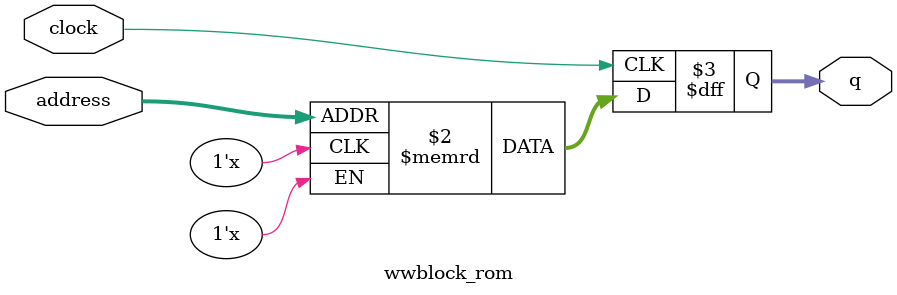
<source format=sv>
module wwblock_rom (
	input logic clock,
	input logic [11:0] address,
	output logic [3:0] q
);

logic [3:0] memory [0:4095] /* synthesis ram_init_file = "./wwblock/wwblock.mif" */;

always_ff @ (posedge clock) begin
	q <= memory[address];
end

endmodule

</source>
